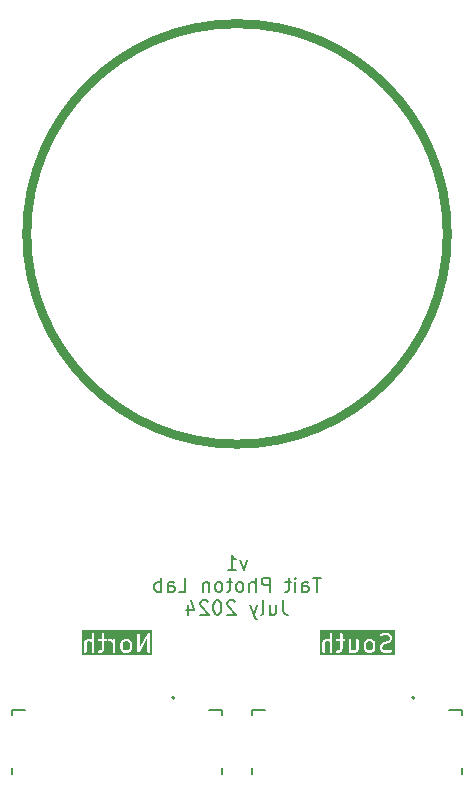
<source format=gbr>
G04 #@! TF.GenerationSoftware,KiCad,Pcbnew,7.0.10*
G04 #@! TF.CreationDate,2024-07-19T13:30:29-04:00*
G04 #@! TF.ProjectId,CanDoIt-v1,43616e44-6f49-4742-9d76-312e6b696361,rev?*
G04 #@! TF.SameCoordinates,Original*
G04 #@! TF.FileFunction,Legend,Bot*
G04 #@! TF.FilePolarity,Positive*
%FSLAX46Y46*%
G04 Gerber Fmt 4.6, Leading zero omitted, Abs format (unit mm)*
G04 Created by KiCad (PCBNEW 7.0.10) date 2024-07-19 13:30:29*
%MOMM*%
%LPD*%
G01*
G04 APERTURE LIST*
%ADD10C,0.800000*%
%ADD11C,0.200000*%
%ADD12C,0.150000*%
G04 APERTURE END LIST*
D10*
X17800000Y0D02*
G75*
G03*
X-17800000Y0I-17800000J0D01*
G01*
X-17800000Y0D02*
G75*
G03*
X17800000Y0I17800000J0D01*
G01*
D11*
G36*
X11422194Y-34519644D02*
G01*
X11470671Y-34568120D01*
X11524285Y-34675348D01*
X11524285Y-35056707D01*
X11470671Y-35163934D01*
X11422191Y-35212414D01*
X11314964Y-35266028D01*
X11147892Y-35266028D01*
X11040663Y-35212414D01*
X10992187Y-35163937D01*
X10938571Y-35056705D01*
X10938571Y-34675350D01*
X10992186Y-34568120D01*
X11040662Y-34519643D01*
X11147892Y-34466028D01*
X11314963Y-34466028D01*
X11422194Y-34519644D01*
G37*
G36*
X13367142Y-35680314D02*
G01*
X7024285Y-35680314D01*
X7024285Y-35366028D01*
X7238571Y-35366028D01*
X7257669Y-35424807D01*
X7307669Y-35461134D01*
X7369473Y-35461134D01*
X7419473Y-35424807D01*
X7438571Y-35366028D01*
X7438571Y-34603920D01*
X7484534Y-34511992D01*
X7576463Y-34466028D01*
X7743534Y-34466028D01*
X7850765Y-34519644D01*
X7881428Y-34550306D01*
X7881428Y-35366028D01*
X7900526Y-35424807D01*
X7950526Y-35461134D01*
X8012330Y-35461134D01*
X8062330Y-35424807D01*
X8071388Y-35396930D01*
X8386322Y-35396930D01*
X8422649Y-35446930D01*
X8481428Y-35466028D01*
X8624285Y-35466028D01*
X8646208Y-35458904D01*
X8669006Y-35455471D01*
X8811863Y-35384043D01*
X8812429Y-35383484D01*
X8813216Y-35383354D01*
X8830279Y-35366028D01*
X9452857Y-35366028D01*
X9471955Y-35424807D01*
X9521955Y-35461134D01*
X9583759Y-35461134D01*
X9633759Y-35424807D01*
X9637578Y-35413050D01*
X9722421Y-35455471D01*
X9745218Y-35458904D01*
X9767142Y-35466028D01*
X9981428Y-35466028D01*
X10003351Y-35458904D01*
X10026149Y-35455471D01*
X10169006Y-35384043D01*
X10169572Y-35383484D01*
X10170359Y-35383354D01*
X10191536Y-35361851D01*
X10213039Y-35340674D01*
X10213169Y-35339887D01*
X10213728Y-35339321D01*
X10285157Y-35196463D01*
X10288590Y-35173665D01*
X10295714Y-35151742D01*
X10295714Y-35080314D01*
X10738571Y-35080314D01*
X10745694Y-35102237D01*
X10749128Y-35125036D01*
X10820557Y-35267892D01*
X10831931Y-35279440D01*
X10839289Y-35293881D01*
X10910717Y-35365310D01*
X10925158Y-35372668D01*
X10936707Y-35384043D01*
X11079564Y-35455471D01*
X11102361Y-35458904D01*
X11124285Y-35466028D01*
X11338571Y-35466028D01*
X11360494Y-35458904D01*
X11383292Y-35455471D01*
X11526149Y-35384043D01*
X11537696Y-35372669D01*
X11552139Y-35365311D01*
X11623568Y-35293882D01*
X11630926Y-35279439D01*
X11642300Y-35267892D01*
X11713728Y-35125035D01*
X11717161Y-35102237D01*
X11724285Y-35080314D01*
X12095713Y-35080314D01*
X12102836Y-35102237D01*
X12106270Y-35125036D01*
X12177699Y-35267892D01*
X12189072Y-35279439D01*
X12196431Y-35293882D01*
X12267860Y-35365311D01*
X12282302Y-35372669D01*
X12293850Y-35384043D01*
X12436707Y-35455471D01*
X12459504Y-35458904D01*
X12481428Y-35466028D01*
X12838571Y-35466028D01*
X12853986Y-35461019D01*
X12870194Y-35460896D01*
X13084479Y-35389468D01*
X13134202Y-35352763D01*
X13152853Y-35293841D01*
X13133309Y-35235209D01*
X13083035Y-35199262D01*
X13021233Y-35199732D01*
X12822344Y-35266028D01*
X12505035Y-35266028D01*
X12397807Y-35212414D01*
X12349327Y-35163934D01*
X12295713Y-35056705D01*
X12295713Y-34961065D01*
X12349327Y-34853836D01*
X12397807Y-34805356D01*
X12516333Y-34746092D01*
X12791395Y-34677328D01*
X12800841Y-34671417D01*
X12811864Y-34669757D01*
X12954720Y-34598328D01*
X12966268Y-34586953D01*
X12980709Y-34579596D01*
X13052138Y-34508168D01*
X13059496Y-34493726D01*
X13070871Y-34482178D01*
X13142299Y-34339321D01*
X13145732Y-34316523D01*
X13152856Y-34294600D01*
X13152856Y-34151742D01*
X13145732Y-34129818D01*
X13142299Y-34107021D01*
X13070871Y-33964164D01*
X13059496Y-33952615D01*
X13052138Y-33938174D01*
X12980709Y-33866746D01*
X12966268Y-33859388D01*
X12954720Y-33848014D01*
X12811864Y-33776585D01*
X12789065Y-33773151D01*
X12767142Y-33766028D01*
X12409999Y-33766028D01*
X12394583Y-33771036D01*
X12378376Y-33771160D01*
X12164090Y-33842589D01*
X12114367Y-33879294D01*
X12095715Y-33938216D01*
X12115260Y-33996848D01*
X12165534Y-34032795D01*
X12227336Y-34032325D01*
X12426226Y-33966028D01*
X12743534Y-33966028D01*
X12850765Y-34019644D01*
X12899242Y-34068120D01*
X12952856Y-34175348D01*
X12952856Y-34270993D01*
X12899242Y-34378221D01*
X12850765Y-34426697D01*
X12732235Y-34485963D01*
X12457175Y-34554728D01*
X12447728Y-34560638D01*
X12436706Y-34562299D01*
X12293849Y-34633728D01*
X12282301Y-34645102D01*
X12267860Y-34652460D01*
X12196431Y-34723889D01*
X12189072Y-34738331D01*
X12177699Y-34749879D01*
X12106270Y-34892735D01*
X12102836Y-34915533D01*
X12095713Y-34937457D01*
X12095713Y-35080314D01*
X11724285Y-35080314D01*
X11724285Y-34651742D01*
X11717161Y-34629818D01*
X11713728Y-34607021D01*
X11642300Y-34464164D01*
X11630925Y-34452615D01*
X11623567Y-34438174D01*
X11552138Y-34366746D01*
X11537697Y-34359388D01*
X11526149Y-34348014D01*
X11383293Y-34276585D01*
X11360494Y-34273151D01*
X11338571Y-34266028D01*
X11124285Y-34266028D01*
X11102361Y-34273151D01*
X11079563Y-34276585D01*
X10936706Y-34348014D01*
X10925156Y-34359389D01*
X10910717Y-34366747D01*
X10839289Y-34438174D01*
X10831930Y-34452616D01*
X10820557Y-34464164D01*
X10749128Y-34607020D01*
X10745694Y-34629818D01*
X10738571Y-34651742D01*
X10738571Y-35080314D01*
X10295714Y-35080314D01*
X10295714Y-34366028D01*
X10276616Y-34307249D01*
X10226616Y-34270922D01*
X10164812Y-34270922D01*
X10114812Y-34307249D01*
X10095714Y-34366028D01*
X10095714Y-35128135D01*
X10049749Y-35220064D01*
X9957821Y-35266028D01*
X9790749Y-35266028D01*
X9683520Y-35212414D01*
X9652857Y-35181750D01*
X9652857Y-34366028D01*
X9633759Y-34307249D01*
X9583759Y-34270922D01*
X9521955Y-34270922D01*
X9471955Y-34307249D01*
X9452857Y-34366028D01*
X9452857Y-35366028D01*
X8830279Y-35366028D01*
X8834393Y-35361851D01*
X8855896Y-35340674D01*
X8856026Y-35339887D01*
X8856585Y-35339321D01*
X8928014Y-35196463D01*
X8931447Y-35173665D01*
X8938571Y-35151742D01*
X8938571Y-34466028D01*
X9052856Y-34466028D01*
X9111635Y-34446930D01*
X9147962Y-34396930D01*
X9147962Y-34335126D01*
X9111635Y-34285126D01*
X9052856Y-34266028D01*
X8938571Y-34266028D01*
X8938571Y-33866028D01*
X8919473Y-33807249D01*
X8869473Y-33770922D01*
X8807669Y-33770922D01*
X8757669Y-33807249D01*
X8738571Y-33866028D01*
X8738571Y-34266028D01*
X8481428Y-34266028D01*
X8422649Y-34285126D01*
X8386322Y-34335126D01*
X8386322Y-34396930D01*
X8422649Y-34446930D01*
X8481428Y-34466028D01*
X8738571Y-34466028D01*
X8738571Y-35128135D01*
X8692606Y-35220064D01*
X8600678Y-35266028D01*
X8481428Y-35266028D01*
X8422649Y-35285126D01*
X8386322Y-35335126D01*
X8386322Y-35396930D01*
X8071388Y-35396930D01*
X8081428Y-35366028D01*
X8081428Y-33866028D01*
X8062330Y-33807249D01*
X8012330Y-33770922D01*
X7950526Y-33770922D01*
X7900526Y-33807249D01*
X7881428Y-33866028D01*
X7881428Y-34311367D01*
X7811864Y-34276585D01*
X7789065Y-34273151D01*
X7767142Y-34266028D01*
X7552856Y-34266028D01*
X7530932Y-34273151D01*
X7508134Y-34276585D01*
X7365277Y-34348014D01*
X7364709Y-34348572D01*
X7363925Y-34348703D01*
X7342762Y-34370189D01*
X7321245Y-34391383D01*
X7321114Y-34392169D01*
X7320556Y-34392736D01*
X7249128Y-34535593D01*
X7245694Y-34558390D01*
X7238571Y-34580314D01*
X7238571Y-35366028D01*
X7024285Y-35366028D01*
X7024285Y-33551742D01*
X13367142Y-33551742D01*
X13367142Y-35680314D01*
G37*
D12*
X857142Y-27620342D02*
X571428Y-28420342D01*
X571428Y-28420342D02*
X285713Y-27620342D01*
X-800000Y-28420342D02*
X-114286Y-28420342D01*
X-457143Y-28420342D02*
X-457143Y-27220342D01*
X-457143Y-27220342D02*
X-342857Y-27391771D01*
X-342857Y-27391771D02*
X-228572Y-27506057D01*
X-228572Y-27506057D02*
X-114286Y-27563200D01*
X7114285Y-29098342D02*
X6428571Y-29098342D01*
X6771428Y-30298342D02*
X6771428Y-29098342D01*
X5514285Y-30298342D02*
X5514285Y-29669771D01*
X5514285Y-29669771D02*
X5571427Y-29555485D01*
X5571427Y-29555485D02*
X5685713Y-29498342D01*
X5685713Y-29498342D02*
X5914285Y-29498342D01*
X5914285Y-29498342D02*
X6028570Y-29555485D01*
X5514285Y-30241200D02*
X5628570Y-30298342D01*
X5628570Y-30298342D02*
X5914285Y-30298342D01*
X5914285Y-30298342D02*
X6028570Y-30241200D01*
X6028570Y-30241200D02*
X6085713Y-30126914D01*
X6085713Y-30126914D02*
X6085713Y-30012628D01*
X6085713Y-30012628D02*
X6028570Y-29898342D01*
X6028570Y-29898342D02*
X5914285Y-29841200D01*
X5914285Y-29841200D02*
X5628570Y-29841200D01*
X5628570Y-29841200D02*
X5514285Y-29784057D01*
X4942856Y-30298342D02*
X4942856Y-29498342D01*
X4942856Y-29098342D02*
X4999999Y-29155485D01*
X4999999Y-29155485D02*
X4942856Y-29212628D01*
X4942856Y-29212628D02*
X4885713Y-29155485D01*
X4885713Y-29155485D02*
X4942856Y-29098342D01*
X4942856Y-29098342D02*
X4942856Y-29212628D01*
X4542856Y-29498342D02*
X4085713Y-29498342D01*
X4371427Y-29098342D02*
X4371427Y-30126914D01*
X4371427Y-30126914D02*
X4314284Y-30241200D01*
X4314284Y-30241200D02*
X4199999Y-30298342D01*
X4199999Y-30298342D02*
X4085713Y-30298342D01*
X2771427Y-30298342D02*
X2771427Y-29098342D01*
X2771427Y-29098342D02*
X2314284Y-29098342D01*
X2314284Y-29098342D02*
X2199999Y-29155485D01*
X2199999Y-29155485D02*
X2142856Y-29212628D01*
X2142856Y-29212628D02*
X2085713Y-29326914D01*
X2085713Y-29326914D02*
X2085713Y-29498342D01*
X2085713Y-29498342D02*
X2142856Y-29612628D01*
X2142856Y-29612628D02*
X2199999Y-29669771D01*
X2199999Y-29669771D02*
X2314284Y-29726914D01*
X2314284Y-29726914D02*
X2771427Y-29726914D01*
X1571427Y-30298342D02*
X1571427Y-29098342D01*
X1057142Y-30298342D02*
X1057142Y-29669771D01*
X1057142Y-29669771D02*
X1114284Y-29555485D01*
X1114284Y-29555485D02*
X1228570Y-29498342D01*
X1228570Y-29498342D02*
X1399999Y-29498342D01*
X1399999Y-29498342D02*
X1514284Y-29555485D01*
X1514284Y-29555485D02*
X1571427Y-29612628D01*
X314285Y-30298342D02*
X428570Y-30241200D01*
X428570Y-30241200D02*
X485713Y-30184057D01*
X485713Y-30184057D02*
X542856Y-30069771D01*
X542856Y-30069771D02*
X542856Y-29726914D01*
X542856Y-29726914D02*
X485713Y-29612628D01*
X485713Y-29612628D02*
X428570Y-29555485D01*
X428570Y-29555485D02*
X314285Y-29498342D01*
X314285Y-29498342D02*
X142856Y-29498342D01*
X142856Y-29498342D02*
X28570Y-29555485D01*
X28570Y-29555485D02*
X-28572Y-29612628D01*
X-28572Y-29612628D02*
X-85714Y-29726914D01*
X-85714Y-29726914D02*
X-85714Y-30069771D01*
X-85714Y-30069771D02*
X-28572Y-30184057D01*
X-28572Y-30184057D02*
X28570Y-30241200D01*
X28570Y-30241200D02*
X142856Y-30298342D01*
X142856Y-30298342D02*
X314285Y-30298342D01*
X-428571Y-29498342D02*
X-885714Y-29498342D01*
X-600000Y-29098342D02*
X-600000Y-30126914D01*
X-600000Y-30126914D02*
X-657143Y-30241200D01*
X-657143Y-30241200D02*
X-771428Y-30298342D01*
X-771428Y-30298342D02*
X-885714Y-30298342D01*
X-1457142Y-30298342D02*
X-1342857Y-30241200D01*
X-1342857Y-30241200D02*
X-1285714Y-30184057D01*
X-1285714Y-30184057D02*
X-1228571Y-30069771D01*
X-1228571Y-30069771D02*
X-1228571Y-29726914D01*
X-1228571Y-29726914D02*
X-1285714Y-29612628D01*
X-1285714Y-29612628D02*
X-1342857Y-29555485D01*
X-1342857Y-29555485D02*
X-1457142Y-29498342D01*
X-1457142Y-29498342D02*
X-1628571Y-29498342D01*
X-1628571Y-29498342D02*
X-1742857Y-29555485D01*
X-1742857Y-29555485D02*
X-1800000Y-29612628D01*
X-1800000Y-29612628D02*
X-1857142Y-29726914D01*
X-1857142Y-29726914D02*
X-1857142Y-30069771D01*
X-1857142Y-30069771D02*
X-1800000Y-30184057D01*
X-1800000Y-30184057D02*
X-1742857Y-30241200D01*
X-1742857Y-30241200D02*
X-1628571Y-30298342D01*
X-1628571Y-30298342D02*
X-1457142Y-30298342D01*
X-2371428Y-29498342D02*
X-2371428Y-30298342D01*
X-2371428Y-29612628D02*
X-2428571Y-29555485D01*
X-2428571Y-29555485D02*
X-2542856Y-29498342D01*
X-2542856Y-29498342D02*
X-2714285Y-29498342D01*
X-2714285Y-29498342D02*
X-2828571Y-29555485D01*
X-2828571Y-29555485D02*
X-2885714Y-29669771D01*
X-2885714Y-29669771D02*
X-2885714Y-30298342D01*
X-4942856Y-30298342D02*
X-4371428Y-30298342D01*
X-4371428Y-30298342D02*
X-4371428Y-29098342D01*
X-5857143Y-30298342D02*
X-5857143Y-29669771D01*
X-5857143Y-29669771D02*
X-5800000Y-29555485D01*
X-5800000Y-29555485D02*
X-5685714Y-29498342D01*
X-5685714Y-29498342D02*
X-5457143Y-29498342D01*
X-5457143Y-29498342D02*
X-5342857Y-29555485D01*
X-5857143Y-30241200D02*
X-5742857Y-30298342D01*
X-5742857Y-30298342D02*
X-5457143Y-30298342D01*
X-5457143Y-30298342D02*
X-5342857Y-30241200D01*
X-5342857Y-30241200D02*
X-5285714Y-30126914D01*
X-5285714Y-30126914D02*
X-5285714Y-30012628D01*
X-5285714Y-30012628D02*
X-5342857Y-29898342D01*
X-5342857Y-29898342D02*
X-5457143Y-29841200D01*
X-5457143Y-29841200D02*
X-5742857Y-29841200D01*
X-5742857Y-29841200D02*
X-5857143Y-29784057D01*
X-6428571Y-30298342D02*
X-6428571Y-29098342D01*
X-6428571Y-29555485D02*
X-6542857Y-29498342D01*
X-6542857Y-29498342D02*
X-6771428Y-29498342D01*
X-6771428Y-29498342D02*
X-6885714Y-29555485D01*
X-6885714Y-29555485D02*
X-6942857Y-29612628D01*
X-6942857Y-29612628D02*
X-6999999Y-29726914D01*
X-6999999Y-29726914D02*
X-6999999Y-30069771D01*
X-6999999Y-30069771D02*
X-6942857Y-30184057D01*
X-6942857Y-30184057D02*
X-6885714Y-30241200D01*
X-6885714Y-30241200D02*
X-6771428Y-30298342D01*
X-6771428Y-30298342D02*
X-6542857Y-30298342D01*
X-6542857Y-30298342D02*
X-6428571Y-30241200D01*
X3885713Y-31030342D02*
X3885713Y-31887485D01*
X3885713Y-31887485D02*
X3942856Y-32058914D01*
X3942856Y-32058914D02*
X4057142Y-32173200D01*
X4057142Y-32173200D02*
X4228570Y-32230342D01*
X4228570Y-32230342D02*
X4342856Y-32230342D01*
X2799999Y-31430342D02*
X2799999Y-32230342D01*
X3314284Y-31430342D02*
X3314284Y-32058914D01*
X3314284Y-32058914D02*
X3257141Y-32173200D01*
X3257141Y-32173200D02*
X3142856Y-32230342D01*
X3142856Y-32230342D02*
X2971427Y-32230342D01*
X2971427Y-32230342D02*
X2857141Y-32173200D01*
X2857141Y-32173200D02*
X2799999Y-32116057D01*
X2057142Y-32230342D02*
X2171427Y-32173200D01*
X2171427Y-32173200D02*
X2228570Y-32058914D01*
X2228570Y-32058914D02*
X2228570Y-31030342D01*
X1714285Y-31430342D02*
X1428571Y-32230342D01*
X1142856Y-31430342D02*
X1428571Y-32230342D01*
X1428571Y-32230342D02*
X1542856Y-32516057D01*
X1542856Y-32516057D02*
X1599999Y-32573200D01*
X1599999Y-32573200D02*
X1714285Y-32630342D01*
X-171429Y-31144628D02*
X-228572Y-31087485D01*
X-228572Y-31087485D02*
X-342858Y-31030342D01*
X-342858Y-31030342D02*
X-628572Y-31030342D01*
X-628572Y-31030342D02*
X-742858Y-31087485D01*
X-742858Y-31087485D02*
X-800000Y-31144628D01*
X-800000Y-31144628D02*
X-857143Y-31258914D01*
X-857143Y-31258914D02*
X-857143Y-31373200D01*
X-857143Y-31373200D02*
X-800000Y-31544628D01*
X-800000Y-31544628D02*
X-114286Y-32230342D01*
X-114286Y-32230342D02*
X-857143Y-32230342D01*
X-1600000Y-31030342D02*
X-1714286Y-31030342D01*
X-1714286Y-31030342D02*
X-1828572Y-31087485D01*
X-1828572Y-31087485D02*
X-1885715Y-31144628D01*
X-1885715Y-31144628D02*
X-1942857Y-31258914D01*
X-1942857Y-31258914D02*
X-2000000Y-31487485D01*
X-2000000Y-31487485D02*
X-2000000Y-31773200D01*
X-2000000Y-31773200D02*
X-1942857Y-32001771D01*
X-1942857Y-32001771D02*
X-1885715Y-32116057D01*
X-1885715Y-32116057D02*
X-1828572Y-32173200D01*
X-1828572Y-32173200D02*
X-1714286Y-32230342D01*
X-1714286Y-32230342D02*
X-1600000Y-32230342D01*
X-1600000Y-32230342D02*
X-1485715Y-32173200D01*
X-1485715Y-32173200D02*
X-1428572Y-32116057D01*
X-1428572Y-32116057D02*
X-1371429Y-32001771D01*
X-1371429Y-32001771D02*
X-1314286Y-31773200D01*
X-1314286Y-31773200D02*
X-1314286Y-31487485D01*
X-1314286Y-31487485D02*
X-1371429Y-31258914D01*
X-1371429Y-31258914D02*
X-1428572Y-31144628D01*
X-1428572Y-31144628D02*
X-1485715Y-31087485D01*
X-1485715Y-31087485D02*
X-1600000Y-31030342D01*
X-2457143Y-31144628D02*
X-2514286Y-31087485D01*
X-2514286Y-31087485D02*
X-2628572Y-31030342D01*
X-2628572Y-31030342D02*
X-2914286Y-31030342D01*
X-2914286Y-31030342D02*
X-3028572Y-31087485D01*
X-3028572Y-31087485D02*
X-3085714Y-31144628D01*
X-3085714Y-31144628D02*
X-3142857Y-31258914D01*
X-3142857Y-31258914D02*
X-3142857Y-31373200D01*
X-3142857Y-31373200D02*
X-3085714Y-31544628D01*
X-3085714Y-31544628D02*
X-2400000Y-32230342D01*
X-2400000Y-32230342D02*
X-3142857Y-32230342D01*
X-4171429Y-31430342D02*
X-4171429Y-32230342D01*
X-3885714Y-30973200D02*
X-3600000Y-31830342D01*
X-3600000Y-31830342D02*
X-4342857Y-31830342D01*
D11*
G36*
X-9183519Y-34519644D02*
G01*
X-9135042Y-34568120D01*
X-9081429Y-34675348D01*
X-9081429Y-35056707D01*
X-9135042Y-35163934D01*
X-9183522Y-35212414D01*
X-9290750Y-35266028D01*
X-9457822Y-35266028D01*
X-9565049Y-35212414D01*
X-9613529Y-35163934D01*
X-9667143Y-35056707D01*
X-9667143Y-34675348D01*
X-9613529Y-34568120D01*
X-9565052Y-34519643D01*
X-9457822Y-34466028D01*
X-9290751Y-34466028D01*
X-9183519Y-34519644D01*
G37*
G36*
X-7167142Y-35680314D02*
G01*
X-13152858Y-35680314D01*
X-13152858Y-35366028D01*
X-12938572Y-35366028D01*
X-12919474Y-35424807D01*
X-12869474Y-35461134D01*
X-12807670Y-35461134D01*
X-12757670Y-35424807D01*
X-12738572Y-35366028D01*
X-12738572Y-34603922D01*
X-12692606Y-34511992D01*
X-12600679Y-34466028D01*
X-12433608Y-34466028D01*
X-12326376Y-34519644D01*
X-12295714Y-34550306D01*
X-12295714Y-35366028D01*
X-12276616Y-35424807D01*
X-12226616Y-35461134D01*
X-12164812Y-35461134D01*
X-12114812Y-35424807D01*
X-12105754Y-35396930D01*
X-11790820Y-35396930D01*
X-11754493Y-35446930D01*
X-11695714Y-35466028D01*
X-11552857Y-35466028D01*
X-11530933Y-35458904D01*
X-11508136Y-35455471D01*
X-11365279Y-35384043D01*
X-11364712Y-35383484D01*
X-11363926Y-35383354D01*
X-11342748Y-35361851D01*
X-11321246Y-35340674D01*
X-11321115Y-35339887D01*
X-11320557Y-35339321D01*
X-11249128Y-35196463D01*
X-11245694Y-35173665D01*
X-11238571Y-35151742D01*
X-11238571Y-34466028D01*
X-11124286Y-34466028D01*
X-11065507Y-34446930D01*
X-11029180Y-34396930D01*
X-10933678Y-34396930D01*
X-10897351Y-34446930D01*
X-10838572Y-34466028D01*
X-10719323Y-34466028D01*
X-10612091Y-34519644D01*
X-10563615Y-34568119D01*
X-10510000Y-34675349D01*
X-10510000Y-35366028D01*
X-10490902Y-35424807D01*
X-10440902Y-35461134D01*
X-10379098Y-35461134D01*
X-10329098Y-35424807D01*
X-10310000Y-35366028D01*
X-10310000Y-35080314D01*
X-9867143Y-35080314D01*
X-9860019Y-35102237D01*
X-9856586Y-35125035D01*
X-9785158Y-35267892D01*
X-9773784Y-35279439D01*
X-9766426Y-35293882D01*
X-9694997Y-35365311D01*
X-9680554Y-35372669D01*
X-9669007Y-35384043D01*
X-9526150Y-35455471D01*
X-9503352Y-35458904D01*
X-9481429Y-35466028D01*
X-9267143Y-35466028D01*
X-9245219Y-35458904D01*
X-9222422Y-35455471D01*
X-9079565Y-35384043D01*
X-9068017Y-35372669D01*
X-9054982Y-35366028D01*
X-8438571Y-35366028D01*
X-8436826Y-35371396D01*
X-8437976Y-35376924D01*
X-8427416Y-35400360D01*
X-8419473Y-35424807D01*
X-8414905Y-35428125D01*
X-8412587Y-35433271D01*
X-8390272Y-35446022D01*
X-8369473Y-35461134D01*
X-8363828Y-35461134D01*
X-8358926Y-35463935D01*
X-8333372Y-35461134D01*
X-8307669Y-35461134D01*
X-8303102Y-35457816D01*
X-8297491Y-35457201D01*
X-8278467Y-35439918D01*
X-8257669Y-35424807D01*
X-8255924Y-35419437D01*
X-8251747Y-35415642D01*
X-7581428Y-34242583D01*
X-7581428Y-35366028D01*
X-7562330Y-35424807D01*
X-7512330Y-35461134D01*
X-7450526Y-35461134D01*
X-7400526Y-35424807D01*
X-7381428Y-35366028D01*
X-7381428Y-33866028D01*
X-7383172Y-33860659D01*
X-7382023Y-33855132D01*
X-7392583Y-33831694D01*
X-7400526Y-33807249D01*
X-7405092Y-33803930D01*
X-7407412Y-33798784D01*
X-7429730Y-33786030D01*
X-7450526Y-33770922D01*
X-7456171Y-33770922D01*
X-7461073Y-33768121D01*
X-7486627Y-33770922D01*
X-7512330Y-33770922D01*
X-7516896Y-33774239D01*
X-7522508Y-33774855D01*
X-7541531Y-33792137D01*
X-7562330Y-33807249D01*
X-7564074Y-33812618D01*
X-7568252Y-33816414D01*
X-8238571Y-34989472D01*
X-8238571Y-33866028D01*
X-8257669Y-33807249D01*
X-8307669Y-33770922D01*
X-8369473Y-33770922D01*
X-8419473Y-33807249D01*
X-8438571Y-33866028D01*
X-8438571Y-35366028D01*
X-9054982Y-35366028D01*
X-9053575Y-35365311D01*
X-8982146Y-35293882D01*
X-8974787Y-35279439D01*
X-8963414Y-35267892D01*
X-8891986Y-35125035D01*
X-8888552Y-35102237D01*
X-8881429Y-35080314D01*
X-8881429Y-34651742D01*
X-8888552Y-34629818D01*
X-8891986Y-34607021D01*
X-8963414Y-34464164D01*
X-8974788Y-34452615D01*
X-8982147Y-34438174D01*
X-9053576Y-34366746D01*
X-9068016Y-34359388D01*
X-9079565Y-34348014D01*
X-9222421Y-34276585D01*
X-9245219Y-34273151D01*
X-9267143Y-34266028D01*
X-9481429Y-34266028D01*
X-9503352Y-34273151D01*
X-9526151Y-34276585D01*
X-9669008Y-34348014D01*
X-9680556Y-34359388D01*
X-9694996Y-34366746D01*
X-9766425Y-34438174D01*
X-9773783Y-34452615D01*
X-9785158Y-34464164D01*
X-9856586Y-34607021D01*
X-9860019Y-34629818D01*
X-9867143Y-34651742D01*
X-9867143Y-35080314D01*
X-10310000Y-35080314D01*
X-10310000Y-34366028D01*
X-10329098Y-34307249D01*
X-10379098Y-34270922D01*
X-10440902Y-34270922D01*
X-10490902Y-34307249D01*
X-10505114Y-34350991D01*
X-10508137Y-34348014D01*
X-10650993Y-34276585D01*
X-10673791Y-34273151D01*
X-10695715Y-34266028D01*
X-10838572Y-34266028D01*
X-10897351Y-34285126D01*
X-10933678Y-34335126D01*
X-10933678Y-34396930D01*
X-11029180Y-34396930D01*
X-11029180Y-34335126D01*
X-11065507Y-34285126D01*
X-11124286Y-34266028D01*
X-11238571Y-34266028D01*
X-11238571Y-33866028D01*
X-11257669Y-33807249D01*
X-11307669Y-33770922D01*
X-11369473Y-33770922D01*
X-11419473Y-33807249D01*
X-11438571Y-33866028D01*
X-11438571Y-34266028D01*
X-11695714Y-34266028D01*
X-11754493Y-34285126D01*
X-11790820Y-34335126D01*
X-11790820Y-34396930D01*
X-11754493Y-34446930D01*
X-11695714Y-34466028D01*
X-11438571Y-34466028D01*
X-11438571Y-35128135D01*
X-11484535Y-35220064D01*
X-11576464Y-35266028D01*
X-11695714Y-35266028D01*
X-11754493Y-35285126D01*
X-11790820Y-35335126D01*
X-11790820Y-35396930D01*
X-12105754Y-35396930D01*
X-12095714Y-35366028D01*
X-12095714Y-33866028D01*
X-12114812Y-33807249D01*
X-12164812Y-33770922D01*
X-12226616Y-33770922D01*
X-12276616Y-33807249D01*
X-12295714Y-33866028D01*
X-12295714Y-34311367D01*
X-12365278Y-34276585D01*
X-12388076Y-34273151D01*
X-12410000Y-34266028D01*
X-12624286Y-34266028D01*
X-12646209Y-34273151D01*
X-12669008Y-34276585D01*
X-12811865Y-34348014D01*
X-12812432Y-34348572D01*
X-12813217Y-34348703D01*
X-12834379Y-34370189D01*
X-12855897Y-34391383D01*
X-12856027Y-34392169D01*
X-12856586Y-34392736D01*
X-12928015Y-34535592D01*
X-12931448Y-34558390D01*
X-12938572Y-34580314D01*
X-12938572Y-35366028D01*
X-13152858Y-35366028D01*
X-13152858Y-33553835D01*
X-7167142Y-33553835D01*
X-7167142Y-35680314D01*
G37*
X19010000Y-45220000D02*
X19010000Y-45720000D01*
X19010000Y-40770000D02*
X19010000Y-40320000D01*
X19010000Y-40320000D02*
X17990000Y-40320000D01*
X2330000Y-40320000D02*
X1310000Y-40320000D01*
X1310000Y-45720000D02*
X1310000Y-45220000D01*
X1310000Y-40320000D02*
X1310000Y-40770000D01*
X15010000Y-39270000D02*
G75*
G03*
X14810000Y-39270000I-100000J0D01*
G01*
X14810000Y-39270000D02*
G75*
G03*
X15010000Y-39270000I100000J0D01*
G01*
X-1310000Y-45220000D02*
X-1310000Y-45720000D01*
X-1310000Y-40770000D02*
X-1310000Y-40320000D01*
X-1310000Y-40320000D02*
X-2330000Y-40320000D01*
X-17990000Y-40320000D02*
X-19010000Y-40320000D01*
X-19010000Y-45720000D02*
X-19010000Y-45220000D01*
X-19010000Y-40320000D02*
X-19010000Y-40770000D01*
X-5310000Y-39270000D02*
G75*
G03*
X-5510000Y-39270000I-100000J0D01*
G01*
X-5510000Y-39270000D02*
G75*
G03*
X-5310000Y-39270000I100000J0D01*
G01*
M02*

</source>
